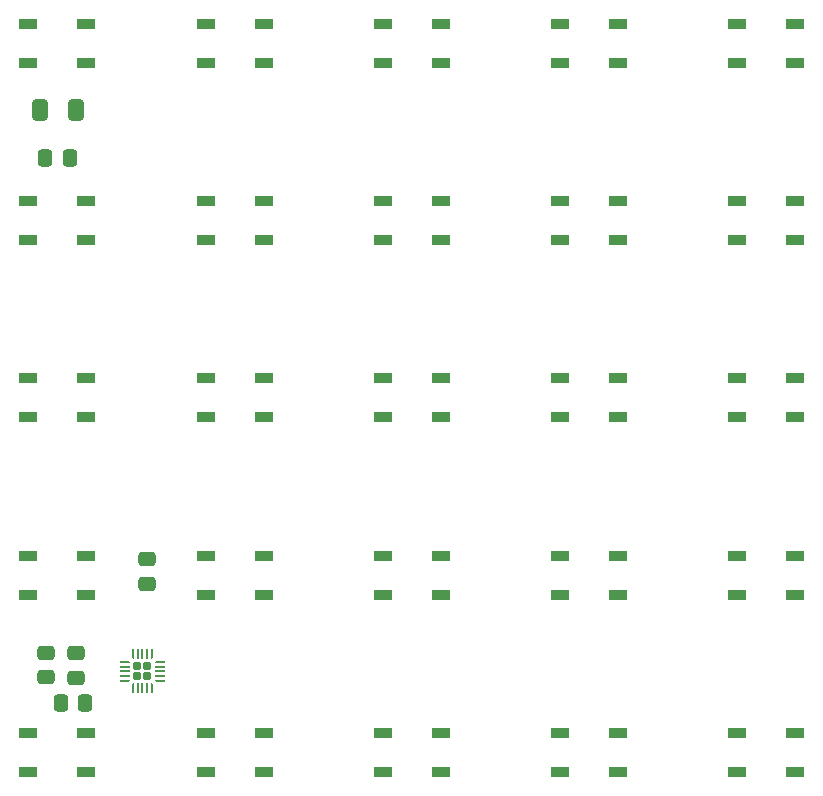
<source format=gbr>
%TF.GenerationSoftware,KiCad,Pcbnew,9.0.6*%
%TF.CreationDate,2025-12-14T11:47:40+00:00*%
%TF.ProjectId,cheetoTile,63686565-746f-4546-996c-652e6b696361,rev?*%
%TF.SameCoordinates,Original*%
%TF.FileFunction,Paste,Top*%
%TF.FilePolarity,Positive*%
%FSLAX46Y46*%
G04 Gerber Fmt 4.6, Leading zero omitted, Abs format (unit mm)*
G04 Created by KiCad (PCBNEW 9.0.6) date 2025-12-14 11:47:40*
%MOMM*%
%LPD*%
G01*
G04 APERTURE LIST*
G04 Aperture macros list*
%AMRoundRect*
0 Rectangle with rounded corners*
0 $1 Rounding radius*
0 $2 $3 $4 $5 $6 $7 $8 $9 X,Y pos of 4 corners*
0 Add a 4 corners polygon primitive as box body*
4,1,4,$2,$3,$4,$5,$6,$7,$8,$9,$2,$3,0*
0 Add four circle primitives for the rounded corners*
1,1,$1+$1,$2,$3*
1,1,$1+$1,$4,$5*
1,1,$1+$1,$6,$7*
1,1,$1+$1,$8,$9*
0 Add four rect primitives between the rounded corners*
20,1,$1+$1,$2,$3,$4,$5,0*
20,1,$1+$1,$4,$5,$6,$7,0*
20,1,$1+$1,$6,$7,$8,$9,0*
20,1,$1+$1,$8,$9,$2,$3,0*%
%AMFreePoly0*
4,1,14,0.334644,0.085355,0.385355,0.034644,0.400000,-0.000711,0.400000,-0.050000,0.385355,-0.085355,0.350000,-0.100000,-0.350000,-0.100000,-0.385355,-0.085355,-0.400000,-0.050000,-0.400000,0.050000,-0.385355,0.085355,-0.350000,0.100000,0.299289,0.100000,0.334644,0.085355,0.334644,0.085355,$1*%
%AMFreePoly1*
4,1,14,0.385355,0.085355,0.400000,0.050000,0.400000,0.000711,0.385355,-0.034644,0.334644,-0.085355,0.299289,-0.100000,-0.350000,-0.100000,-0.385355,-0.085355,-0.400000,-0.050000,-0.400000,0.050000,-0.385355,0.085355,-0.350000,0.100000,0.350000,0.100000,0.385355,0.085355,0.385355,0.085355,$1*%
%AMFreePoly2*
4,1,14,0.085355,0.385355,0.100000,0.350000,0.100000,-0.350000,0.085355,-0.385355,0.050000,-0.400000,-0.050000,-0.400000,-0.085355,-0.385355,-0.100000,-0.350000,-0.100000,0.299289,-0.085355,0.334644,-0.034644,0.385355,0.000711,0.400000,0.050000,0.400000,0.085355,0.385355,0.085355,0.385355,$1*%
%AMFreePoly3*
4,1,14,0.034644,0.385355,0.085355,0.334644,0.100000,0.299289,0.100000,-0.350000,0.085355,-0.385355,0.050000,-0.400000,-0.050000,-0.400000,-0.085355,-0.385355,-0.100000,-0.350000,-0.100000,0.350000,-0.085355,0.385355,-0.050000,0.400000,-0.000711,0.400000,0.034644,0.385355,0.034644,0.385355,$1*%
%AMFreePoly4*
4,1,14,0.385355,0.085355,0.400000,0.050000,0.400000,-0.050000,0.385355,-0.085355,0.350000,-0.100000,-0.299289,-0.100000,-0.334644,-0.085355,-0.385355,-0.034644,-0.400000,0.000711,-0.400000,0.050000,-0.385355,0.085355,-0.350000,0.100000,0.350000,0.100000,0.385355,0.085355,0.385355,0.085355,$1*%
%AMFreePoly5*
4,1,14,0.385355,0.085355,0.400000,0.050000,0.400000,-0.050000,0.385355,-0.085355,0.350000,-0.100000,-0.350000,-0.100000,-0.385355,-0.085355,-0.400000,-0.050000,-0.400000,-0.000711,-0.385355,0.034644,-0.334644,0.085355,-0.299289,0.100000,0.350000,0.100000,0.385355,0.085355,0.385355,0.085355,$1*%
%AMFreePoly6*
4,1,14,0.085355,0.385355,0.100000,0.350000,0.100000,-0.299289,0.085355,-0.334644,0.034644,-0.385355,-0.000711,-0.400000,-0.050000,-0.400000,-0.085355,-0.385355,-0.100000,-0.350000,-0.100000,0.350000,-0.085355,0.385355,-0.050000,0.400000,0.050000,0.400000,0.085355,0.385355,0.085355,0.385355,$1*%
%AMFreePoly7*
4,1,14,0.085355,0.385355,0.100000,0.350000,0.100000,-0.350000,0.085355,-0.385355,0.050000,-0.400000,0.000711,-0.400000,-0.034644,-0.385355,-0.085355,-0.334644,-0.100000,-0.299289,-0.100000,0.350000,-0.085355,0.385355,-0.050000,0.400000,0.050000,0.400000,0.085355,0.385355,0.085355,0.385355,$1*%
G04 Aperture macros list end*
%ADD10RoundRect,0.250000X-0.337500X-0.475000X0.337500X-0.475000X0.337500X0.475000X-0.337500X0.475000X0*%
%ADD11RoundRect,0.090000X-0.660000X-0.360000X0.660000X-0.360000X0.660000X0.360000X-0.660000X0.360000X0*%
%ADD12RoundRect,0.250000X0.475000X-0.337500X0.475000X0.337500X-0.475000X0.337500X-0.475000X-0.337500X0*%
%ADD13RoundRect,0.172500X-0.172500X-0.172500X0.172500X-0.172500X0.172500X0.172500X-0.172500X0.172500X0*%
%ADD14FreePoly0,0.000000*%
%ADD15RoundRect,0.050000X-0.350000X-0.050000X0.350000X-0.050000X0.350000X0.050000X-0.350000X0.050000X0*%
%ADD16FreePoly1,0.000000*%
%ADD17FreePoly2,0.000000*%
%ADD18RoundRect,0.050000X-0.050000X-0.350000X0.050000X-0.350000X0.050000X0.350000X-0.050000X0.350000X0*%
%ADD19FreePoly3,0.000000*%
%ADD20FreePoly4,0.000000*%
%ADD21FreePoly5,0.000000*%
%ADD22FreePoly6,0.000000*%
%ADD23FreePoly7,0.000000*%
%ADD24RoundRect,0.250000X-0.475000X0.337500X-0.475000X-0.337500X0.475000X-0.337500X0.475000X0.337500X0*%
%ADD25RoundRect,0.250000X-0.412500X-0.650000X0.412500X-0.650000X0.412500X0.650000X-0.412500X0.650000X0*%
G04 APERTURE END LIST*
D10*
%TO.C,R3*%
X165287500Y-93200000D03*
X163212500Y-93200000D03*
%TD*%
D11*
%TO.C,D4*%
X205500000Y-35700000D03*
X205500000Y-39000000D03*
X210400000Y-39000000D03*
X210400000Y-35700000D03*
%TD*%
D12*
%TO.C,R2*%
X170500000Y-83075000D03*
X170500000Y-81000000D03*
%TD*%
D11*
%TO.C,D25*%
X220500000Y-95700000D03*
X220500000Y-99000000D03*
X225400000Y-99000000D03*
X225400000Y-95700000D03*
%TD*%
%TO.C,D16*%
X160500000Y-80700000D03*
X160500000Y-84000000D03*
X165400000Y-84000000D03*
X165400000Y-80700000D03*
%TD*%
%TO.C,D9*%
X205500000Y-50700000D03*
X205500000Y-54000000D03*
X210400000Y-54000000D03*
X210400000Y-50700000D03*
%TD*%
%TO.C,D1*%
X160500000Y-35700000D03*
X160500000Y-39000000D03*
X165400000Y-39000000D03*
X165400000Y-35700000D03*
%TD*%
%TO.C,D2*%
X175500000Y-35700000D03*
X175500000Y-39000000D03*
X180400000Y-39000000D03*
X180400000Y-35700000D03*
%TD*%
%TO.C,D15*%
X220500000Y-65700000D03*
X220500000Y-69000000D03*
X225400000Y-69000000D03*
X225400000Y-65700000D03*
%TD*%
%TO.C,D19*%
X205500000Y-80700000D03*
X205500000Y-84000000D03*
X210400000Y-84000000D03*
X210400000Y-80700000D03*
%TD*%
%TO.C,D8*%
X190500000Y-50700000D03*
X190500000Y-54000000D03*
X195400000Y-54000000D03*
X195400000Y-50700000D03*
%TD*%
%TO.C,D20*%
X220500000Y-80700000D03*
X220500000Y-84000000D03*
X225400000Y-84000000D03*
X225400000Y-80700000D03*
%TD*%
D13*
%TO.C,U1*%
X169725000Y-90075000D03*
X169725000Y-90925000D03*
X170575000Y-90075000D03*
X170575000Y-90925000D03*
D14*
X168700000Y-89700000D03*
D15*
X168700000Y-90100000D03*
X168700000Y-90500000D03*
X168700000Y-90900000D03*
D16*
X168700000Y-91300000D03*
D17*
X169350000Y-91950000D03*
D18*
X169750000Y-91950000D03*
X170150000Y-91950000D03*
X170550000Y-91950000D03*
D19*
X170950000Y-91950000D03*
D20*
X171600000Y-91300000D03*
D15*
X171600000Y-90900000D03*
X171600000Y-90500000D03*
X171600000Y-90100000D03*
D21*
X171600000Y-89700000D03*
D22*
X170950000Y-89050000D03*
D18*
X170550000Y-89050000D03*
X170150000Y-89050000D03*
X169750000Y-89050000D03*
D23*
X169350000Y-89050000D03*
%TD*%
D11*
%TO.C,D6*%
X160500000Y-50700000D03*
X160500000Y-54000000D03*
X165400000Y-54000000D03*
X165400000Y-50700000D03*
%TD*%
%TO.C,D11*%
X160500000Y-65700000D03*
X160500000Y-69000000D03*
X165400000Y-69000000D03*
X165400000Y-65700000D03*
%TD*%
D24*
%TO.C,C3*%
X162000000Y-88925000D03*
X162000000Y-91000000D03*
%TD*%
D11*
%TO.C,D5*%
X220500000Y-35700000D03*
X220500000Y-39000000D03*
X225400000Y-39000000D03*
X225400000Y-35700000D03*
%TD*%
%TO.C,D17*%
X175500000Y-80700000D03*
X175500000Y-84000000D03*
X180400000Y-84000000D03*
X180400000Y-80700000D03*
%TD*%
%TO.C,D7*%
X175500000Y-50700000D03*
X175500000Y-54000000D03*
X180400000Y-54000000D03*
X180400000Y-50700000D03*
%TD*%
%TO.C,D22*%
X175500000Y-95700000D03*
X175500000Y-99000000D03*
X180400000Y-99000000D03*
X180400000Y-95700000D03*
%TD*%
D24*
%TO.C,C1*%
X164500000Y-88962500D03*
X164500000Y-91037500D03*
%TD*%
D25*
%TO.C,C2*%
X161437500Y-43000000D03*
X164562500Y-43000000D03*
%TD*%
D11*
%TO.C,D23*%
X190500000Y-95700000D03*
X190500000Y-99000000D03*
X195400000Y-99000000D03*
X195400000Y-95700000D03*
%TD*%
%TO.C,D12*%
X175500000Y-65700000D03*
X175500000Y-69000000D03*
X180400000Y-69000000D03*
X180400000Y-65700000D03*
%TD*%
%TO.C,D10*%
X220500000Y-50700000D03*
X220500000Y-54000000D03*
X225400000Y-54000000D03*
X225400000Y-50700000D03*
%TD*%
%TO.C,D14*%
X205500000Y-65700000D03*
X205500000Y-69000000D03*
X210400000Y-69000000D03*
X210400000Y-65700000D03*
%TD*%
%TO.C,D21*%
X160500000Y-95700000D03*
X160500000Y-99000000D03*
X165400000Y-99000000D03*
X165400000Y-95700000D03*
%TD*%
%TO.C,D18*%
X190500000Y-80700000D03*
X190500000Y-84000000D03*
X195400000Y-84000000D03*
X195400000Y-80700000D03*
%TD*%
%TO.C,D24*%
X205500000Y-95700000D03*
X205500000Y-99000000D03*
X210400000Y-99000000D03*
X210400000Y-95700000D03*
%TD*%
%TO.C,D13*%
X190500000Y-65700000D03*
X190500000Y-69000000D03*
X195400000Y-69000000D03*
X195400000Y-65700000D03*
%TD*%
%TO.C,D3*%
X190500000Y-35700000D03*
X190500000Y-39000000D03*
X195400000Y-39000000D03*
X195400000Y-35700000D03*
%TD*%
D10*
%TO.C,R1*%
X161925000Y-47000000D03*
X164000000Y-47000000D03*
%TD*%
M02*

</source>
